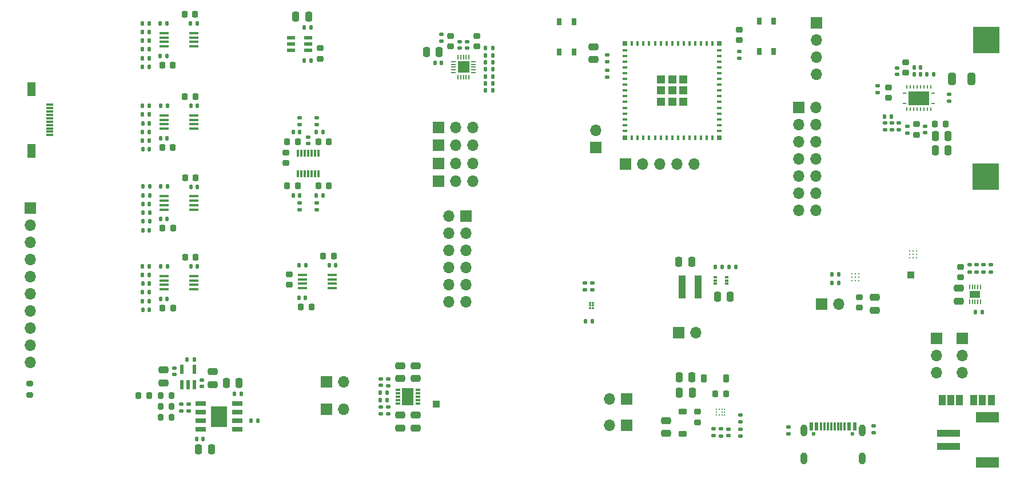
<source format=gbr>
%TF.GenerationSoftware,KiCad,Pcbnew,7.0.1*%
%TF.CreationDate,2024-05-02T17:31:47-06:00*%
%TF.ProjectId,Neural_Interface,4e657572-616c-45f4-996e-746572666163,1*%
%TF.SameCoordinates,Original*%
%TF.FileFunction,Soldermask,Top*%
%TF.FilePolarity,Negative*%
%FSLAX46Y46*%
G04 Gerber Fmt 4.6, Leading zero omitted, Abs format (unit mm)*
G04 Created by KiCad (PCBNEW 7.0.1) date 2024-05-02 17:31:47*
%MOMM*%
%LPD*%
G01*
G04 APERTURE LIST*
G04 Aperture macros list*
%AMRoundRect*
0 Rectangle with rounded corners*
0 $1 Rounding radius*
0 $2 $3 $4 $5 $6 $7 $8 $9 X,Y pos of 4 corners*
0 Add a 4 corners polygon primitive as box body*
4,1,4,$2,$3,$4,$5,$6,$7,$8,$9,$2,$3,0*
0 Add four circle primitives for the rounded corners*
1,1,$1+$1,$2,$3*
1,1,$1+$1,$4,$5*
1,1,$1+$1,$6,$7*
1,1,$1+$1,$8,$9*
0 Add four rect primitives between the rounded corners*
20,1,$1+$1,$2,$3,$4,$5,0*
20,1,$1+$1,$4,$5,$6,$7,0*
20,1,$1+$1,$6,$7,$8,$9,0*
20,1,$1+$1,$8,$9,$2,$3,0*%
G04 Aperture macros list end*
%ADD10RoundRect,0.135000X-0.185000X0.135000X-0.185000X-0.135000X0.185000X-0.135000X0.185000X0.135000X0*%
%ADD11R,1.700000X1.700000*%
%ADD12O,1.700000X1.700000*%
%ADD13RoundRect,0.140000X0.170000X-0.140000X0.170000X0.140000X-0.170000X0.140000X-0.170000X-0.140000X0*%
%ADD14RoundRect,0.140000X0.140000X0.170000X-0.140000X0.170000X-0.140000X-0.170000X0.140000X-0.170000X0*%
%ADD15RoundRect,0.135000X-0.135000X-0.185000X0.135000X-0.185000X0.135000X0.185000X-0.135000X0.185000X0*%
%ADD16RoundRect,0.250000X-0.250000X-0.475000X0.250000X-0.475000X0.250000X0.475000X-0.250000X0.475000X0*%
%ADD17R,1.000000X1.000000*%
%ADD18RoundRect,0.135000X0.185000X-0.135000X0.185000X0.135000X-0.185000X0.135000X-0.185000X-0.135000X0*%
%ADD19RoundRect,0.250000X0.250000X0.475000X-0.250000X0.475000X-0.250000X-0.475000X0.250000X-0.475000X0*%
%ADD20R,1.400000X0.450000*%
%ADD21RoundRect,0.140000X-0.140000X-0.170000X0.140000X-0.170000X0.140000X0.170000X-0.140000X0.170000X0*%
%ADD22RoundRect,0.225000X0.250000X-0.225000X0.250000X0.225000X-0.250000X0.225000X-0.250000X-0.225000X0*%
%ADD23R,0.800000X0.200000*%
%ADD24R,0.200000X0.800000*%
%ADD25R,1.800000X1.800000*%
%ADD26R,0.200000X0.750000*%
%ADD27R,1.600000X1.000000*%
%ADD28RoundRect,0.250000X-0.475000X0.250000X-0.475000X-0.250000X0.475000X-0.250000X0.475000X0.250000X0*%
%ADD29RoundRect,0.225000X-0.225000X-0.250000X0.225000X-0.250000X0.225000X0.250000X-0.225000X0.250000X0*%
%ADD30R,1.000000X0.300000*%
%ADD31R,1.300000X2.000000*%
%ADD32RoundRect,0.135000X0.135000X0.185000X-0.135000X0.185000X-0.135000X-0.185000X0.135000X-0.185000X0*%
%ADD33R,0.800000X0.300000*%
%ADD34R,1.750000X2.500000*%
%ADD35RoundRect,0.218750X-0.256250X0.218750X-0.256250X-0.218750X0.256250X-0.218750X0.256250X0.218750X0*%
%ADD36RoundRect,0.225000X0.225000X0.250000X-0.225000X0.250000X-0.225000X-0.250000X0.225000X-0.250000X0*%
%ADD37R,4.000000X4.000000*%
%ADD38RoundRect,0.218750X0.218750X0.256250X-0.218750X0.256250X-0.218750X-0.256250X0.218750X-0.256250X0*%
%ADD39RoundRect,0.250000X0.475000X-0.250000X0.475000X0.250000X-0.475000X0.250000X-0.475000X-0.250000X0*%
%ADD40R,1.200000X0.600000*%
%ADD41C,0.290000*%
%ADD42RoundRect,0.140000X-0.170000X0.140000X-0.170000X-0.140000X0.170000X-0.140000X0.170000X0.140000X0*%
%ADD43RoundRect,0.200000X0.200000X0.275000X-0.200000X0.275000X-0.200000X-0.275000X0.200000X-0.275000X0*%
%ADD44R,0.980000X3.400000*%
%ADD45R,0.558800X1.371600*%
%ADD46R,1.000000X1.500000*%
%ADD47R,0.300000X1.075000*%
%ADD48RoundRect,0.200000X-0.200000X-0.275000X0.200000X-0.275000X0.200000X0.275000X-0.200000X0.275000X0*%
%ADD49RoundRect,0.225000X-0.375000X0.225000X-0.375000X-0.225000X0.375000X-0.225000X0.375000X0.225000X0*%
%ADD50R,0.700000X1.000000*%
%ADD51RoundRect,0.225000X-0.225000X-0.375000X0.225000X-0.375000X0.225000X0.375000X-0.225000X0.375000X0*%
%ADD52R,0.800000X0.400000*%
%ADD53R,0.400000X0.800000*%
%ADD54R,1.200000X1.200000*%
%ADD55R,0.800000X0.800000*%
%ADD56RoundRect,0.225000X-0.250000X0.225000X-0.250000X-0.225000X0.250000X-0.225000X0.250000X0.225000X0*%
%ADD57R,1.525000X0.650000*%
%ADD58R,2.410000X3.098000*%
%ADD59RoundRect,0.218750X-0.218750X-0.256250X0.218750X-0.256250X0.218750X0.256250X-0.218750X0.256250X0*%
%ADD60RoundRect,0.200000X0.275000X-0.200000X0.275000X0.200000X-0.275000X0.200000X-0.275000X-0.200000X0*%
%ADD61R,3.505200X0.990600*%
%ADD62R,3.403600X1.498600*%
%ADD63R,0.475000X0.300000*%
%ADD64RoundRect,0.250000X0.325000X0.650000X-0.325000X0.650000X-0.325000X-0.650000X0.325000X-0.650000X0*%
%ADD65C,0.600000*%
%ADD66R,0.600000X1.150000*%
%ADD67R,0.300000X1.150000*%
%ADD68O,1.000000X1.800000*%
%ADD69C,0.200000*%
%ADD70C,0.350000*%
%ADD71C,0.298000*%
%ADD72R,0.600000X0.240000*%
%ADD73R,0.240000X0.600000*%
%ADD74R,3.050000X2.050000*%
G04 APERTURE END LIST*
D10*
%TO.C,R21*%
X126912500Y-86805000D03*
X126912500Y-87825000D03*
%TD*%
D11*
%TO.C,J5*%
X155950000Y-75485000D03*
D12*
X155950000Y-78025000D03*
X155950000Y-80565000D03*
%TD*%
D13*
%TO.C,C87*%
X85393333Y-32477500D03*
X85393333Y-31517500D03*
%TD*%
D14*
%TO.C,C56*%
X46495000Y-41010000D03*
X45535000Y-41010000D03*
%TD*%
D15*
%TO.C,R40*%
X38390000Y-42311000D03*
X39410000Y-42311000D03*
%TD*%
D16*
%TO.C,C72*%
X46699000Y-91915000D03*
X48599000Y-91915000D03*
%TD*%
D17*
%TO.C,TP4*%
X81875000Y-85175000D03*
%TD*%
D18*
%TO.C,R3*%
X105025000Y-68260000D03*
X105025000Y-67240000D03*
%TD*%
D13*
%TO.C,C71*%
X45224000Y-86190000D03*
X45224000Y-85230000D03*
%TD*%
D18*
%TO.C,R11*%
X147225000Y-39060000D03*
X147225000Y-38040000D03*
%TD*%
D19*
%TO.C,C24*%
X119775000Y-81225000D03*
X117875000Y-81225000D03*
%TD*%
D10*
%TO.C,R61*%
X82620000Y-30392500D03*
X82620000Y-31412500D03*
%TD*%
D20*
%TO.C,IC8*%
X41550000Y-30245000D03*
X41550000Y-30895000D03*
X41550000Y-31545000D03*
X41550000Y-32195000D03*
X45950000Y-32195000D03*
X45950000Y-31545000D03*
X45950000Y-30895000D03*
X45950000Y-30245000D03*
%TD*%
D11*
%TO.C,J10*%
X159775000Y-75485000D03*
D12*
X159775000Y-78025000D03*
X159775000Y-80565000D03*
%TD*%
D21*
%TO.C,C9*%
X154570000Y-36375000D03*
X155530000Y-36375000D03*
%TD*%
D22*
%TO.C,C89*%
X87870000Y-32202500D03*
X87870000Y-30652500D03*
%TD*%
D23*
%TO.C,IC17*%
X84425000Y-34475000D03*
X84425000Y-34875000D03*
X84425000Y-35275000D03*
X84425000Y-35675000D03*
X84425000Y-36075000D03*
D24*
X85125000Y-36775000D03*
X85525000Y-36775000D03*
X85925000Y-36775000D03*
X86325000Y-36775000D03*
X86725000Y-36775000D03*
D23*
X87425000Y-36075000D03*
X87425000Y-35675000D03*
X87425000Y-35275000D03*
X87425000Y-34875000D03*
X87425000Y-34475000D03*
D24*
X86725000Y-33775000D03*
X86325000Y-33775000D03*
X85925000Y-33775000D03*
X85525000Y-33775000D03*
X85125000Y-33775000D03*
D25*
X85925000Y-35275000D03*
%TD*%
D14*
%TO.C,C5*%
X153605000Y-35300000D03*
X152645000Y-35300000D03*
%TD*%
D13*
%TO.C,C31*%
X125137500Y-89860000D03*
X125137500Y-88900000D03*
%TD*%
D26*
%TO.C,IC3*%
X160887500Y-70075000D03*
X161287500Y-70075000D03*
X161687500Y-70075000D03*
X162087500Y-70075000D03*
X162487500Y-70075000D03*
X162487500Y-67875000D03*
X162087500Y-67875000D03*
X161687500Y-67875000D03*
X161287500Y-67875000D03*
X160887500Y-67875000D03*
D27*
X161687500Y-68975000D03*
%TD*%
D28*
%TO.C,C77*%
X41475000Y-80145000D03*
X41475000Y-82045000D03*
%TD*%
D16*
%TO.C,C14*%
X155795000Y-45530000D03*
X157695000Y-45530000D03*
%TD*%
D29*
%TO.C,C43*%
X41305000Y-34970000D03*
X42855000Y-34970000D03*
%TD*%
D30*
%TO.C,J17*%
X24650000Y-40850000D03*
X24650000Y-41350000D03*
X24650000Y-41850000D03*
X24650000Y-42350000D03*
X24650000Y-42850000D03*
X24650000Y-43350000D03*
X24650000Y-43850000D03*
X24650000Y-44350000D03*
X24650000Y-44850000D03*
X24650000Y-45350000D03*
D31*
X21950000Y-38550000D03*
X21950000Y-47650000D03*
%TD*%
D32*
%TO.C,R39*%
X39410000Y-41020000D03*
X38390000Y-41020000D03*
%TD*%
D14*
%TO.C,C85*%
X82675000Y-34652500D03*
X81715000Y-34652500D03*
%TD*%
D19*
%TO.C,C84*%
X82320000Y-33002500D03*
X80420000Y-33002500D03*
%TD*%
D29*
%TO.C,C78*%
X37800000Y-83925000D03*
X39350000Y-83925000D03*
%TD*%
D32*
%TO.C,R41*%
X39435000Y-52970000D03*
X38415000Y-52970000D03*
%TD*%
%TO.C,R64*%
X90230000Y-36662500D03*
X89210000Y-36662500D03*
%TD*%
D11*
%TO.C,J11*%
X110055000Y-84400000D03*
D12*
X107515000Y-84400000D03*
%TD*%
D15*
%TO.C,R58*%
X45015000Y-78607000D03*
X46035000Y-78607000D03*
%TD*%
D22*
%TO.C,C67*%
X59600000Y-49507000D03*
X59600000Y-47957000D03*
%TD*%
D14*
%TO.C,C41*%
X39425000Y-55552000D03*
X38465000Y-55552000D03*
%TD*%
D11*
%TO.C,J12*%
X110080000Y-88350000D03*
D12*
X107540000Y-88350000D03*
%TD*%
D14*
%TO.C,C37*%
X39425000Y-59420000D03*
X38465000Y-59420000D03*
%TD*%
D20*
%TO.C,IC11*%
X41600000Y-66220000D03*
X41600000Y-66870000D03*
X41600000Y-67520000D03*
X41600000Y-68170000D03*
X46000000Y-68170000D03*
X46000000Y-67520000D03*
X46000000Y-66870000D03*
X46000000Y-66220000D03*
%TD*%
D33*
%TO.C,IC5*%
X79175000Y-85072500D03*
X79175000Y-84572500D03*
X79175000Y-84072500D03*
X79175000Y-83572500D03*
X79175000Y-83072500D03*
X76175000Y-83072500D03*
X76175000Y-83572500D03*
X76175000Y-84072500D03*
X76175000Y-84572500D03*
X76175000Y-85072500D03*
D34*
X77675000Y-84072500D03*
%TD*%
D15*
%TO.C,R14*%
X140450000Y-66000000D03*
X141470000Y-66000000D03*
%TD*%
D29*
%TO.C,C44*%
X41330000Y-47170000D03*
X42880000Y-47170000D03*
%TD*%
D15*
%TO.C,R32*%
X38390000Y-46164000D03*
X39410000Y-46164000D03*
%TD*%
D19*
%TO.C,C34*%
X119800000Y-83525000D03*
X117900000Y-83525000D03*
%TD*%
D32*
%TO.C,R31*%
X39410000Y-44873000D03*
X38390000Y-44873000D03*
%TD*%
D13*
%TO.C,C28*%
X73675000Y-82430000D03*
X73675000Y-81470000D03*
%TD*%
D35*
%TO.C,L3*%
X120550000Y-86325000D03*
X120550000Y-87900000D03*
%TD*%
D36*
%TO.C,C53*%
X46250000Y-51645000D03*
X44700000Y-51645000D03*
%TD*%
D32*
%TO.C,R26*%
X74610000Y-84585000D03*
X73590000Y-84585000D03*
%TD*%
D18*
%TO.C,R55*%
X44099000Y-86225000D03*
X44099000Y-85205000D03*
%TD*%
D10*
%TO.C,R22*%
X126912500Y-88905000D03*
X126912500Y-89925000D03*
%TD*%
D36*
%TO.C,C51*%
X46195000Y-27470000D03*
X44645000Y-27470000D03*
%TD*%
D14*
%TO.C,C81*%
X53004000Y-83690000D03*
X52044000Y-83690000D03*
%TD*%
D10*
%TO.C,R52*%
X64175000Y-55372000D03*
X64175000Y-56392000D03*
%TD*%
D21*
%TO.C,C62*%
X64135000Y-54289500D03*
X65095000Y-54289500D03*
%TD*%
D10*
%TO.C,R8*%
X148325000Y-43575000D03*
X148325000Y-44595000D03*
%TD*%
D18*
%TO.C,R16*%
X163987500Y-65600000D03*
X163987500Y-64580000D03*
%TD*%
D17*
%TO.C,TP1*%
X152125000Y-66100000D03*
%TD*%
D11*
%TO.C,J1*%
X135575000Y-41245000D03*
D12*
X138115000Y-41245000D03*
X135575000Y-43785000D03*
X138115000Y-43785000D03*
X135575000Y-46325000D03*
X138115000Y-46325000D03*
X135575000Y-48865000D03*
X138115000Y-48865000D03*
X135575000Y-51405000D03*
X138115000Y-51405000D03*
X135575000Y-53945000D03*
X138115000Y-53945000D03*
X135575000Y-56485000D03*
X138115000Y-56485000D03*
%TD*%
D16*
%TO.C,C26*%
X117825000Y-64075000D03*
X119725000Y-64075000D03*
%TD*%
D14*
%TO.C,C38*%
X39400000Y-71225000D03*
X38440000Y-71225000D03*
%TD*%
D32*
%TO.C,R37*%
X39360000Y-28795000D03*
X38340000Y-28795000D03*
%TD*%
D14*
%TO.C,C55*%
X46470000Y-28810000D03*
X45510000Y-28810000D03*
%TD*%
D37*
%TO.C,TP3*%
X163275000Y-51475000D03*
%TD*%
D14*
%TO.C,C42*%
X39400000Y-67357000D03*
X38440000Y-67357000D03*
%TD*%
D19*
%TO.C,C79*%
X52699000Y-82040000D03*
X50799000Y-82040000D03*
%TD*%
D36*
%TO.C,C54*%
X46230000Y-63430000D03*
X44680000Y-63430000D03*
%TD*%
D32*
%TO.C,R67*%
X90230000Y-35617500D03*
X89210000Y-35617500D03*
%TD*%
D38*
%TO.C,D5*%
X61362500Y-52857000D03*
X59787500Y-52857000D03*
%TD*%
D15*
%TO.C,R34*%
X38415000Y-58134000D03*
X39435000Y-58134000D03*
%TD*%
D39*
%TO.C,C33*%
X115925000Y-89550000D03*
X115925000Y-87650000D03*
%TD*%
D20*
%TO.C,IC9*%
X41575000Y-42445000D03*
X41575000Y-43095000D03*
X41575000Y-43745000D03*
X41575000Y-44395000D03*
X45975000Y-44395000D03*
X45975000Y-43745000D03*
X45975000Y-43095000D03*
X45975000Y-42445000D03*
%TD*%
D14*
%TO.C,C83*%
X67005000Y-64633750D03*
X66045000Y-64633750D03*
%TD*%
D40*
%TO.C,IC12*%
X60400000Y-30895000D03*
X60400000Y-31845000D03*
X60400000Y-32795000D03*
X62900000Y-32795000D03*
X62900000Y-31845000D03*
X62900000Y-30895000D03*
%TD*%
D14*
%TO.C,C60*%
X61665000Y-44899500D03*
X60705000Y-44899500D03*
%TD*%
%TO.C,C64*%
X63320000Y-29413334D03*
X62360000Y-29413334D03*
%TD*%
D10*
%TO.C,R51*%
X61625000Y-55372000D03*
X61625000Y-56392000D03*
%TD*%
D15*
%TO.C,R44*%
X38390000Y-66071000D03*
X39410000Y-66071000D03*
%TD*%
D11*
%TO.C,J6*%
X138985000Y-70400000D03*
D12*
X141525000Y-70400000D03*
%TD*%
D11*
%TO.C,J3*%
X109925000Y-49625000D03*
D12*
X112465000Y-49625000D03*
X115005000Y-49625000D03*
X117545000Y-49625000D03*
X120085000Y-49625000D03*
%TD*%
D15*
%TO.C,R5*%
X148265000Y-42600000D03*
X149285000Y-42600000D03*
%TD*%
D32*
%TO.C,R43*%
X39410000Y-64775000D03*
X38390000Y-64775000D03*
%TD*%
%TO.C,R45*%
X42040000Y-28800000D03*
X41020000Y-28800000D03*
%TD*%
D18*
%TO.C,R24*%
X74750000Y-82460000D03*
X74750000Y-81440000D03*
%TD*%
D14*
%TO.C,C36*%
X39400000Y-47445000D03*
X38440000Y-47445000D03*
%TD*%
D39*
%TO.C,C29*%
X76525000Y-81385000D03*
X76525000Y-79485000D03*
%TD*%
D41*
%TO.C,IC4*%
X143460000Y-65925000D03*
X143960000Y-65925000D03*
X144460000Y-65925000D03*
X143460000Y-66425000D03*
X143960000Y-66425000D03*
X144460000Y-66425000D03*
X143460000Y-66925000D03*
X143960000Y-66925000D03*
X144460000Y-66925000D03*
%TD*%
D42*
%TO.C,C18*%
X157875000Y-39345000D03*
X157875000Y-40305000D03*
%TD*%
D10*
%TO.C,R7*%
X150375000Y-43575000D03*
X150375000Y-44595000D03*
%TD*%
D32*
%TO.C,R29*%
X39360000Y-32663000D03*
X38340000Y-32663000D03*
%TD*%
D18*
%TO.C,R18*%
X161937500Y-65600000D03*
X161937500Y-64580000D03*
%TD*%
D13*
%TO.C,C70*%
X47150000Y-82595000D03*
X47150000Y-81635000D03*
%TD*%
D32*
%TO.C,R68*%
X90230000Y-37707500D03*
X89210000Y-37707500D03*
%TD*%
D42*
%TO.C,C80*%
X43075000Y-79840000D03*
X43075000Y-80800000D03*
%TD*%
D43*
%TO.C,R60*%
X42725000Y-83900000D03*
X41075000Y-83900000D03*
%TD*%
D29*
%TO.C,C16*%
X155750000Y-43750000D03*
X157300000Y-43750000D03*
%TD*%
D11*
%TO.C,J2*%
X86265000Y-57356250D03*
D12*
X83725000Y-57356250D03*
X86265000Y-59896250D03*
X83725000Y-59896250D03*
X86265000Y-62436250D03*
X83725000Y-62436250D03*
X86265000Y-64976250D03*
X83725000Y-64976250D03*
X86265000Y-67516250D03*
X83725000Y-67516250D03*
X86265000Y-70056250D03*
X83725000Y-70056250D03*
%TD*%
D44*
%TO.C,L1*%
X118290000Y-67825000D03*
X120660000Y-67825000D03*
%TD*%
D45*
%TO.C,IC15*%
X44180200Y-82357000D03*
X45120000Y-82357000D03*
X46059800Y-82357000D03*
X46059800Y-80071000D03*
X44180200Y-80071000D03*
%TD*%
D14*
%TO.C,C58*%
X46505000Y-64770000D03*
X45545000Y-64770000D03*
%TD*%
%TO.C,C57*%
X46530000Y-52985000D03*
X45570000Y-52985000D03*
%TD*%
D18*
%TO.C,R49*%
X64175000Y-43792000D03*
X64175000Y-42772000D03*
%TD*%
D13*
%TO.C,C4*%
X107175000Y-34455000D03*
X107175000Y-33495000D03*
%TD*%
D32*
%TO.C,R13*%
X162747500Y-71575000D03*
X161727500Y-71575000D03*
%TD*%
D11*
%TO.C,J22*%
X105475000Y-47215000D03*
D12*
X105475000Y-44675000D03*
%TD*%
D32*
%TO.C,R63*%
X90230000Y-34572500D03*
X89210000Y-34572500D03*
%TD*%
D46*
%TO.C,J8*%
X164075000Y-84635000D03*
X162775000Y-84635000D03*
X161475000Y-84635000D03*
%TD*%
D47*
%TO.C,IC13*%
X64425000Y-48032000D03*
X63925000Y-48032000D03*
X63425000Y-48032000D03*
X62925000Y-48032000D03*
X62425000Y-48032000D03*
X61925000Y-48032000D03*
X61425000Y-48032000D03*
X61425000Y-51108000D03*
X61925000Y-51108000D03*
X62425000Y-51108000D03*
X62925000Y-51108000D03*
X63425000Y-51108000D03*
X63925000Y-51108000D03*
X64425000Y-51108000D03*
%TD*%
D10*
%TO.C,R10*%
X146700000Y-88415000D03*
X146700000Y-89435000D03*
%TD*%
D48*
%TO.C,R54*%
X41075000Y-87160000D03*
X42725000Y-87160000D03*
%TD*%
D15*
%TO.C,R20*%
X125230000Y-64900000D03*
X126250000Y-64900000D03*
%TD*%
D38*
%TO.C,D4*%
X61362500Y-46332000D03*
X59787500Y-46332000D03*
%TD*%
D49*
%TO.C,D2*%
X118400000Y-86325000D03*
X118400000Y-89625000D03*
%TD*%
D13*
%TO.C,C2*%
X107175000Y-36730000D03*
X107175000Y-35770000D03*
%TD*%
D29*
%TO.C,C75*%
X61855000Y-70812500D03*
X63405000Y-70812500D03*
%TD*%
D18*
%TO.C,R1*%
X126800000Y-33985000D03*
X126800000Y-32965000D03*
%TD*%
D50*
%TO.C,SW2*%
X102275000Y-28550000D03*
X102275000Y-33050000D03*
X100125000Y-28550000D03*
X100125000Y-33050000D03*
%TD*%
D14*
%TO.C,C6*%
X153605000Y-36350000D03*
X152645000Y-36350000D03*
%TD*%
D51*
%TO.C,D1*%
X121500000Y-81375000D03*
X124800000Y-81375000D03*
%TD*%
D32*
%TO.C,R66*%
X90230000Y-33527500D03*
X89210000Y-33527500D03*
%TD*%
D22*
%TO.C,C86*%
X84020000Y-32202500D03*
X84020000Y-30652500D03*
%TD*%
D28*
%TO.C,C22*%
X146860000Y-69375000D03*
X146860000Y-71275000D03*
%TD*%
D32*
%TO.C,R47*%
X42090000Y-52975000D03*
X41070000Y-52975000D03*
%TD*%
%TO.C,R33*%
X39435000Y-56838000D03*
X38415000Y-56838000D03*
%TD*%
D15*
%TO.C,R62*%
X89210000Y-32427500D03*
X90230000Y-32427500D03*
%TD*%
D32*
%TO.C,R23*%
X74610000Y-83485000D03*
X73590000Y-83485000D03*
%TD*%
D13*
%TO.C,C68*%
X62950000Y-46587000D03*
X62950000Y-45627000D03*
%TD*%
D22*
%TO.C,C1*%
X126775000Y-31275000D03*
X126775000Y-29725000D03*
%TD*%
D36*
%TO.C,C52*%
X46220000Y-39670000D03*
X44670000Y-39670000D03*
%TD*%
D11*
%TO.C,J19*%
X82250000Y-44231250D03*
D12*
X84790000Y-44231250D03*
X87330000Y-44231250D03*
%TD*%
D52*
%TO.C,U2*%
X109825000Y-32800000D03*
X109825000Y-33650000D03*
X109825000Y-34500000D03*
X109825000Y-35350000D03*
X109825000Y-36200000D03*
X109825000Y-37050000D03*
X109825000Y-37900000D03*
X109825000Y-38750000D03*
X109825000Y-39600000D03*
X109825000Y-40450000D03*
X109825000Y-41300000D03*
X109825000Y-42150000D03*
X109825000Y-43000000D03*
X109825000Y-43850000D03*
X109825000Y-44700000D03*
D53*
X110875000Y-45750000D03*
X111725000Y-45750000D03*
X112575000Y-45750000D03*
X113425000Y-45750000D03*
X114275000Y-45750000D03*
X115125000Y-45750000D03*
X115975000Y-45750000D03*
X116825000Y-45750000D03*
X117675000Y-45750000D03*
X118525000Y-45750000D03*
X119375000Y-45750000D03*
X120225000Y-45750000D03*
X121075000Y-45750000D03*
X121925000Y-45750000D03*
X122775000Y-45750000D03*
D52*
X123825000Y-44700000D03*
X123825000Y-43850000D03*
X123825000Y-43000000D03*
X123825000Y-42150000D03*
X123825000Y-41300000D03*
X123825000Y-40450000D03*
X123825000Y-39600000D03*
X123825000Y-38750000D03*
X123825000Y-37900000D03*
X123825000Y-37050000D03*
X123825000Y-36200000D03*
X123825000Y-35350000D03*
X123825000Y-34500000D03*
X123825000Y-33650000D03*
X123825000Y-32800000D03*
D53*
X122775000Y-31750000D03*
X121925000Y-31750000D03*
X121075000Y-31750000D03*
X120225000Y-31750000D03*
X119375000Y-31750000D03*
X118525000Y-31750000D03*
X117675000Y-31750000D03*
X116825000Y-31750000D03*
X115975000Y-31750000D03*
X115125000Y-31750000D03*
X114275000Y-31750000D03*
X113425000Y-31750000D03*
X112575000Y-31750000D03*
X111725000Y-31750000D03*
X110875000Y-31750000D03*
D54*
X116825000Y-38750000D03*
D55*
X109825000Y-31750000D03*
X109825000Y-45750000D03*
X123825000Y-45750000D03*
X123825000Y-31750000D03*
D54*
X115175000Y-37100000D03*
X115175000Y-38750000D03*
X115175000Y-40400000D03*
X116825000Y-40400000D03*
X118475000Y-40400000D03*
X118475000Y-38750000D03*
X118475000Y-37100000D03*
X116825000Y-37100000D03*
%TD*%
D11*
%TO.C,J21*%
X82250000Y-52181250D03*
D12*
X84790000Y-52181250D03*
X87330000Y-52181250D03*
%TD*%
D32*
%TO.C,R12*%
X141495000Y-67275000D03*
X140475000Y-67275000D03*
%TD*%
D15*
%TO.C,R38*%
X38340000Y-30091000D03*
X39360000Y-30091000D03*
%TD*%
D11*
%TO.C,J14*%
X65625000Y-85950000D03*
D12*
X68165000Y-85950000D03*
%TD*%
D16*
%TO.C,C15*%
X155795000Y-47575000D03*
X157695000Y-47575000D03*
%TD*%
D15*
%TO.C,R19*%
X123230000Y-64900000D03*
X124250000Y-64900000D03*
%TD*%
D48*
%TO.C,R53*%
X41075000Y-85530000D03*
X42725000Y-85530000D03*
%TD*%
D50*
%TO.C,SW1*%
X129725000Y-33000000D03*
X129725000Y-28500000D03*
X131875000Y-33000000D03*
X131875000Y-28500000D03*
%TD*%
D28*
%TO.C,C23*%
X78800000Y-86835000D03*
X78800000Y-88735000D03*
%TD*%
D21*
%TO.C,C76*%
X61580000Y-69466250D03*
X62540000Y-69466250D03*
%TD*%
D56*
%TO.C,C74*%
X60100000Y-65955000D03*
X60100000Y-67505000D03*
%TD*%
D11*
%TO.C,J4*%
X138200000Y-28735000D03*
D12*
X138200000Y-31275000D03*
X138200000Y-33815000D03*
X138200000Y-36355000D03*
%TD*%
D18*
%TO.C,R50*%
X61625000Y-43817000D03*
X61625000Y-42797000D03*
%TD*%
D36*
%TO.C,C82*%
X66700000Y-63287500D03*
X65150000Y-63287500D03*
%TD*%
D14*
%TO.C,C35*%
X39350000Y-35245000D03*
X38390000Y-35245000D03*
%TD*%
D56*
%TO.C,C10*%
X148900000Y-38300000D03*
X148900000Y-39850000D03*
%TD*%
D57*
%TO.C,IC14*%
X47025000Y-85125000D03*
X47025000Y-86395000D03*
X47025000Y-87665000D03*
X47025000Y-88935000D03*
X52449000Y-88935000D03*
X52449000Y-87665000D03*
X52449000Y-86395000D03*
X52449000Y-85125000D03*
D58*
X49737000Y-87030000D03*
%TD*%
D19*
%TO.C,C65*%
X63000000Y-27776668D03*
X61100000Y-27776668D03*
%TD*%
D32*
%TO.C,R65*%
X90230000Y-38752500D03*
X89210000Y-38752500D03*
%TD*%
%TO.C,R48*%
X42090000Y-64775000D03*
X41070000Y-64775000D03*
%TD*%
D10*
%TO.C,R6*%
X149350000Y-43575000D03*
X149350000Y-44595000D03*
%TD*%
D28*
%TO.C,C32*%
X76525000Y-86835000D03*
X76525000Y-88735000D03*
%TD*%
D59*
%TO.C,D6*%
X64437500Y-52857000D03*
X66012500Y-52857000D03*
%TD*%
D29*
%TO.C,C45*%
X41355000Y-59145000D03*
X42905000Y-59145000D03*
%TD*%
D60*
%TO.C,R56*%
X21700000Y-83825000D03*
X21700000Y-82175000D03*
%TD*%
D56*
%TO.C,C7*%
X151400000Y-34550000D03*
X151400000Y-36100000D03*
%TD*%
D32*
%TO.C,R57*%
X55460000Y-87675000D03*
X54440000Y-87675000D03*
%TD*%
D61*
%TO.C,J7*%
X157769700Y-91500001D03*
X157769700Y-89499999D03*
D62*
X163519701Y-93850001D03*
X163519701Y-87149999D03*
%TD*%
D59*
%TO.C,D3*%
X64437500Y-46307000D03*
X66012500Y-46307000D03*
%TD*%
D13*
%TO.C,C88*%
X86496666Y-32477500D03*
X86496666Y-31517500D03*
%TD*%
D15*
%TO.C,R36*%
X38390000Y-69939000D03*
X39410000Y-69939000D03*
%TD*%
D22*
%TO.C,C12*%
X153000000Y-45300000D03*
X153000000Y-43750000D03*
%TD*%
D14*
%TO.C,C39*%
X39350000Y-31377000D03*
X38390000Y-31377000D03*
%TD*%
D16*
%TO.C,C27*%
X123550000Y-69250000D03*
X125450000Y-69250000D03*
%TD*%
D10*
%TO.C,R28*%
X124062500Y-88880000D03*
X124062500Y-89900000D03*
%TD*%
D21*
%TO.C,C73*%
X46419000Y-90340000D03*
X47379000Y-90340000D03*
%TD*%
D63*
%TO.C,IC6*%
X123212000Y-66370000D03*
X123212000Y-66870000D03*
X123212000Y-67370000D03*
X124888000Y-67370000D03*
X124888000Y-66870000D03*
X124888000Y-66370000D03*
%TD*%
D18*
%TO.C,R9*%
X134075000Y-89635000D03*
X134075000Y-88615000D03*
%TD*%
D21*
%TO.C,C50*%
X41080000Y-69605000D03*
X42040000Y-69605000D03*
%TD*%
D42*
%TO.C,C8*%
X150125000Y-35395000D03*
X150125000Y-36355000D03*
%TD*%
D20*
%TO.C,IC10*%
X41600000Y-54420000D03*
X41600000Y-55070000D03*
X41600000Y-55720000D03*
X41600000Y-56370000D03*
X46000000Y-56370000D03*
X46000000Y-55720000D03*
X46000000Y-55070000D03*
X46000000Y-54420000D03*
%TD*%
D21*
%TO.C,C48*%
X41055000Y-45830000D03*
X42015000Y-45830000D03*
%TD*%
D18*
%TO.C,R25*%
X73675000Y-86645000D03*
X73675000Y-85625000D03*
%TD*%
D32*
%TO.C,R35*%
X39410000Y-68643000D03*
X38390000Y-68643000D03*
%TD*%
%TO.C,R46*%
X42065000Y-41020000D03*
X41045000Y-41020000D03*
%TD*%
D11*
%TO.C,J20*%
X82250000Y-49525000D03*
D12*
X84790000Y-49525000D03*
X87330000Y-49525000D03*
%TD*%
D13*
%TO.C,C30*%
X74775000Y-86620000D03*
X74775000Y-85660000D03*
%TD*%
D37*
%TO.C,TP2*%
X163325000Y-31300000D03*
%TD*%
D21*
%TO.C,C59*%
X64135000Y-44874500D03*
X65095000Y-44874500D03*
%TD*%
D22*
%TO.C,C21*%
X159537500Y-66400000D03*
X159537500Y-64850000D03*
%TD*%
D11*
%TO.C,J15*%
X65600000Y-81875000D03*
D12*
X68140000Y-81875000D03*
%TD*%
D64*
%TO.C,C17*%
X161175000Y-37050000D03*
X158225000Y-37050000D03*
%TD*%
D11*
%TO.C,J13*%
X117785000Y-74625000D03*
D12*
X120325000Y-74625000D03*
%TD*%
D39*
%TO.C,C19*%
X159262500Y-69950000D03*
X159262500Y-68050000D03*
%TD*%
D32*
%TO.C,R2*%
X105035000Y-72900000D03*
X104015000Y-72900000D03*
%TD*%
D21*
%TO.C,C49*%
X41080000Y-57805000D03*
X42040000Y-57805000D03*
%TD*%
D11*
%TO.C,J18*%
X82250000Y-46881250D03*
D12*
X84790000Y-46881250D03*
X87330000Y-46881250D03*
%TD*%
D56*
%TO.C,C20*%
X144585000Y-69325000D03*
X144585000Y-70875000D03*
%TD*%
D65*
%TO.C,U3*%
X137735000Y-89585000D03*
X143515000Y-89585000D03*
D66*
X137425000Y-88510000D03*
X138225000Y-88510000D03*
D67*
X138875000Y-88510000D03*
X139375000Y-88510000D03*
X139875000Y-88510000D03*
X140375000Y-88510000D03*
X140875000Y-88510000D03*
X141375000Y-88510000D03*
X141875000Y-88510000D03*
X142375000Y-88510000D03*
D66*
X143025000Y-88510000D03*
X143825000Y-88510000D03*
D68*
X136305000Y-89085000D03*
X136305000Y-93265000D03*
X144945000Y-89085000D03*
X144945000Y-93265000D03*
%TD*%
D69*
%TO.C,IC7*%
X123400000Y-85975000D03*
X123800000Y-85975000D03*
X124200000Y-85975000D03*
X124600000Y-85975000D03*
X123400000Y-86375000D03*
X124200000Y-86375000D03*
X124600000Y-86375000D03*
X123400000Y-86775000D03*
X123800000Y-86775000D03*
X124200000Y-86775000D03*
X124600000Y-86775000D03*
%TD*%
D39*
%TO.C,C69*%
X48775000Y-82285000D03*
X48775000Y-80385000D03*
%TD*%
D42*
%TO.C,C13*%
X154275000Y-44045000D03*
X154275000Y-45005000D03*
%TD*%
D70*
%TO.C,U1*%
X104700000Y-70175000D03*
X105100000Y-70175000D03*
X104700000Y-70575000D03*
X105100000Y-70575000D03*
X104700000Y-70975000D03*
X105100000Y-70975000D03*
%TD*%
D56*
%TO.C,C63*%
X64725000Y-32476668D03*
X64725000Y-34026668D03*
%TD*%
D18*
%TO.C,R4*%
X103925000Y-68260000D03*
X103925000Y-67240000D03*
%TD*%
%TO.C,R17*%
X162937500Y-65600000D03*
X162937500Y-64580000D03*
%TD*%
D71*
%TO.C,IC2*%
X153025000Y-62500000D03*
X153025000Y-63000000D03*
X153025000Y-63500000D03*
X152525000Y-62500000D03*
X152525000Y-63000000D03*
X152525000Y-63500000D03*
X152025000Y-62500000D03*
X152025000Y-63000000D03*
X152025000Y-63500000D03*
%TD*%
D14*
%TO.C,C40*%
X39400000Y-43592000D03*
X38440000Y-43592000D03*
%TD*%
D15*
%TO.C,R42*%
X38415000Y-54266000D03*
X39435000Y-54266000D03*
%TD*%
%TO.C,R30*%
X38340000Y-33959000D03*
X39360000Y-33959000D03*
%TD*%
D39*
%TO.C,C3*%
X105200000Y-34175000D03*
X105200000Y-32275000D03*
%TD*%
D72*
%TO.C,IC1*%
X155500000Y-39125000D03*
D73*
X155100000Y-38225000D03*
X154600000Y-38225000D03*
X154100000Y-38225000D03*
X153600000Y-38225000D03*
X153100000Y-38225000D03*
X152600000Y-38225000D03*
X152100000Y-38225000D03*
X151600000Y-38225000D03*
D72*
X151200000Y-39125000D03*
X151200000Y-40625000D03*
D73*
X151600000Y-41525000D03*
X152100000Y-41525000D03*
X152600000Y-41525000D03*
X153100000Y-41525000D03*
X153600000Y-41525000D03*
X154100000Y-41525000D03*
X154600000Y-41525000D03*
X155100000Y-41525000D03*
D72*
X155500000Y-40625000D03*
D74*
X153350000Y-39875000D03*
%TD*%
D38*
%TO.C,L2*%
X124812500Y-83675000D03*
X123237500Y-83675000D03*
%TD*%
D39*
%TO.C,C25*%
X78800000Y-81385000D03*
X78800000Y-79485000D03*
%TD*%
D46*
%TO.C,J9*%
X156800000Y-84625000D03*
X158100000Y-84625000D03*
X159400000Y-84625000D03*
%TD*%
D10*
%TO.C,R15*%
X160887500Y-64580000D03*
X160887500Y-65600000D03*
%TD*%
D13*
%TO.C,C11*%
X151675000Y-45030000D03*
X151675000Y-44070000D03*
%TD*%
D32*
%TO.C,R59*%
X62585000Y-64637500D03*
X61565000Y-64637500D03*
%TD*%
D29*
%TO.C,C46*%
X41355000Y-70945000D03*
X42905000Y-70945000D03*
%TD*%
D14*
%TO.C,C61*%
X61665000Y-54289500D03*
X60705000Y-54289500D03*
%TD*%
D11*
%TO.C,J16*%
X21750000Y-56171112D03*
D12*
X21750000Y-58711112D03*
X21750000Y-61251112D03*
X21750000Y-63791112D03*
X21750000Y-66331112D03*
X21750000Y-68871112D03*
X21750000Y-71411112D03*
X21750000Y-73951112D03*
X21750000Y-76491112D03*
X21750000Y-79031112D03*
%TD*%
D21*
%TO.C,C47*%
X41030000Y-33630000D03*
X41990000Y-33630000D03*
%TD*%
D18*
%TO.C,R27*%
X122962500Y-89890000D03*
X122962500Y-88870000D03*
%TD*%
D14*
%TO.C,C66*%
X63320000Y-34276668D03*
X62360000Y-34276668D03*
%TD*%
D20*
%TO.C,IC16*%
X62100000Y-66075000D03*
X62100000Y-66725000D03*
X62100000Y-67375000D03*
X62100000Y-68025000D03*
X66500000Y-68025000D03*
X66500000Y-67375000D03*
X66500000Y-66725000D03*
X66500000Y-66075000D03*
%TD*%
M02*

</source>
